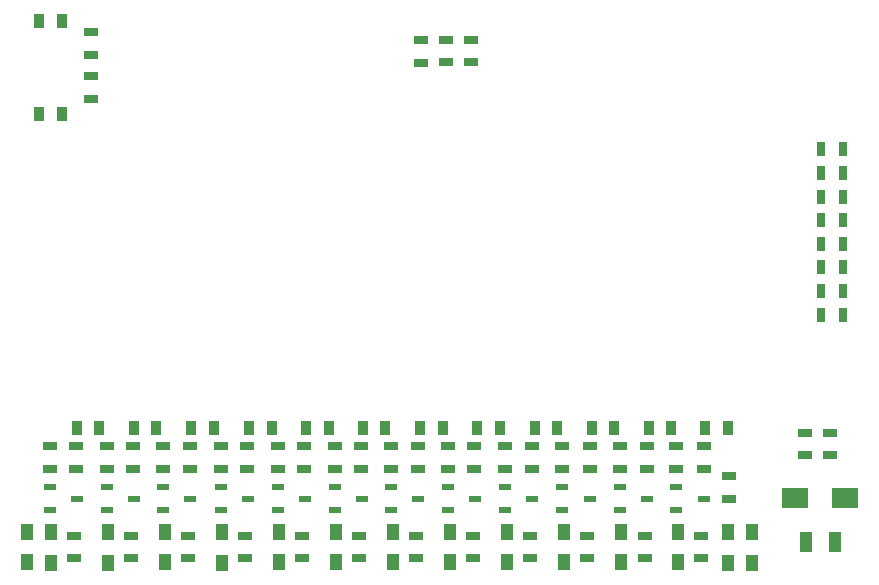
<source format=gbp>
G04*
G04 #@! TF.GenerationSoftware,Altium Limited,Altium Designer,19.1.9 (167)*
G04*
G04 Layer_Color=128*
%FSLAX44Y44*%
%MOMM*%
G71*
G01*
G75*
%ADD17R,0.9000X1.3000*%
%ADD22R,1.3000X0.7000*%
%ADD23R,0.7000X1.3000*%
%ADD65R,1.0000X1.4000*%
%ADD66R,1.0500X0.6000*%
%ADD67R,1.0000X1.8000*%
%ADD68R,2.3000X1.7000*%
D17*
X203090Y199680D02*
D03*
X184090D02*
D03*
X444840D02*
D03*
X425840D02*
D03*
X-42250Y466250D02*
D03*
X-23250D02*
D03*
X-23000Y544500D02*
D03*
X-42000D02*
D03*
X521590Y199680D02*
D03*
X540590D02*
D03*
X474090D02*
D03*
X493090D02*
D03*
X377340D02*
D03*
X396340D02*
D03*
X328840D02*
D03*
X347840D02*
D03*
X231658D02*
D03*
X250658D02*
D03*
X280590D02*
D03*
X299590D02*
D03*
X135840D02*
D03*
X154840D02*
D03*
X86590D02*
D03*
X105590D02*
D03*
X38090D02*
D03*
X57090D02*
D03*
X-10410D02*
D03*
X8590D02*
D03*
D22*
X518340Y108930D02*
D03*
Y89930D02*
D03*
X470340Y108930D02*
D03*
Y89930D02*
D03*
X421840Y108680D02*
D03*
Y89680D02*
D03*
X373590Y108930D02*
D03*
Y89930D02*
D03*
X325340Y108930D02*
D03*
Y89930D02*
D03*
X277090Y108930D02*
D03*
Y89930D02*
D03*
X228840Y108930D02*
D03*
Y89930D02*
D03*
X180340Y108930D02*
D03*
Y89930D02*
D03*
X132090Y108680D02*
D03*
Y89680D02*
D03*
X83840Y108680D02*
D03*
Y89680D02*
D03*
X35590Y108930D02*
D03*
Y89930D02*
D03*
X-12660Y108930D02*
D03*
Y89930D02*
D03*
X541516Y140006D02*
D03*
Y159006D02*
D03*
X520340Y165680D02*
D03*
Y184680D02*
D03*
X497340Y165680D02*
D03*
Y184680D02*
D03*
X472340Y165680D02*
D03*
Y184680D02*
D03*
X449590Y165680D02*
D03*
Y184680D02*
D03*
X423840Y165680D02*
D03*
Y184680D02*
D03*
X400840Y165680D02*
D03*
Y184680D02*
D03*
X375090Y165680D02*
D03*
Y184680D02*
D03*
X352090Y165680D02*
D03*
Y184680D02*
D03*
X326340Y165680D02*
D03*
Y184680D02*
D03*
X303840Y165680D02*
D03*
Y184680D02*
D03*
X278590Y184680D02*
D03*
Y165680D02*
D03*
X255590Y165680D02*
D03*
Y184680D02*
D03*
X230120Y165680D02*
D03*
Y184680D02*
D03*
X208090Y165680D02*
D03*
Y184680D02*
D03*
X181860Y165680D02*
D03*
Y184680D02*
D03*
X159840Y165680D02*
D03*
Y184680D02*
D03*
X133600Y165680D02*
D03*
Y184680D02*
D03*
X111590Y165680D02*
D03*
Y184680D02*
D03*
X85340D02*
D03*
Y165680D02*
D03*
X62840Y184680D02*
D03*
Y165680D02*
D03*
X37080Y184680D02*
D03*
Y165680D02*
D03*
X15090Y184680D02*
D03*
Y165680D02*
D03*
X-11180Y184680D02*
D03*
Y165680D02*
D03*
X-33160D02*
D03*
Y184680D02*
D03*
X606530Y176970D02*
D03*
Y195970D02*
D03*
X627740Y176810D02*
D03*
Y195810D02*
D03*
X323500Y509750D02*
D03*
Y528750D02*
D03*
X302250Y509750D02*
D03*
Y528750D02*
D03*
X281000Y509500D02*
D03*
Y528500D02*
D03*
X1250Y478750D02*
D03*
Y497750D02*
D03*
Y516000D02*
D03*
Y535000D02*
D03*
D23*
X638500Y356000D02*
D03*
X619500D02*
D03*
X638500Y296000D02*
D03*
X619500D02*
D03*
X638500Y315857D02*
D03*
X619500D02*
D03*
X638500Y335964D02*
D03*
X619500D02*
D03*
X638500Y376000D02*
D03*
X619500D02*
D03*
X638560Y396000D02*
D03*
X619560D02*
D03*
X638500Y416143D02*
D03*
X619500D02*
D03*
X638370Y436250D02*
D03*
X619370D02*
D03*
D65*
X561570Y86030D02*
D03*
Y112030D02*
D03*
X541250Y86030D02*
D03*
Y112030D02*
D03*
X498590Y86180D02*
D03*
Y112180D02*
D03*
X450340Y86180D02*
D03*
Y112180D02*
D03*
X402090Y86180D02*
D03*
Y112180D02*
D03*
X353840Y86180D02*
D03*
Y112180D02*
D03*
X305840Y86180D02*
D03*
Y112180D02*
D03*
X257340Y86180D02*
D03*
Y112180D02*
D03*
X209090Y86180D02*
D03*
Y112180D02*
D03*
X160840Y86180D02*
D03*
Y112180D02*
D03*
X112590Y86030D02*
D03*
Y112030D02*
D03*
X64340Y86180D02*
D03*
Y112180D02*
D03*
X16090Y85930D02*
D03*
Y111930D02*
D03*
X-32410Y85930D02*
D03*
Y111930D02*
D03*
X-52660Y86180D02*
D03*
Y112180D02*
D03*
D66*
X497340Y130680D02*
D03*
Y149680D02*
D03*
X520340Y140180D02*
D03*
X449340Y130680D02*
D03*
Y149680D02*
D03*
X472340Y140180D02*
D03*
X400840Y130680D02*
D03*
Y149680D02*
D03*
X423840Y140180D02*
D03*
X352090Y130680D02*
D03*
Y149680D02*
D03*
X375090Y140180D02*
D03*
X303840Y130680D02*
D03*
Y149680D02*
D03*
X326840Y140180D02*
D03*
X255590Y130680D02*
D03*
Y149680D02*
D03*
X278590Y140180D02*
D03*
X208090Y130680D02*
D03*
Y149680D02*
D03*
X231090Y140180D02*
D03*
X159840Y130680D02*
D03*
Y149680D02*
D03*
X182840Y140180D02*
D03*
X111590Y130680D02*
D03*
Y149680D02*
D03*
X134590Y140180D02*
D03*
X62840Y130680D02*
D03*
Y149680D02*
D03*
X85840Y140180D02*
D03*
X15090Y130680D02*
D03*
Y149680D02*
D03*
X38090Y140180D02*
D03*
X-33160Y130680D02*
D03*
Y149680D02*
D03*
X-10160Y140180D02*
D03*
D67*
X606810Y103210D02*
D03*
X631810D02*
D03*
D68*
X639900Y140940D02*
D03*
X597900D02*
D03*
M02*

</source>
